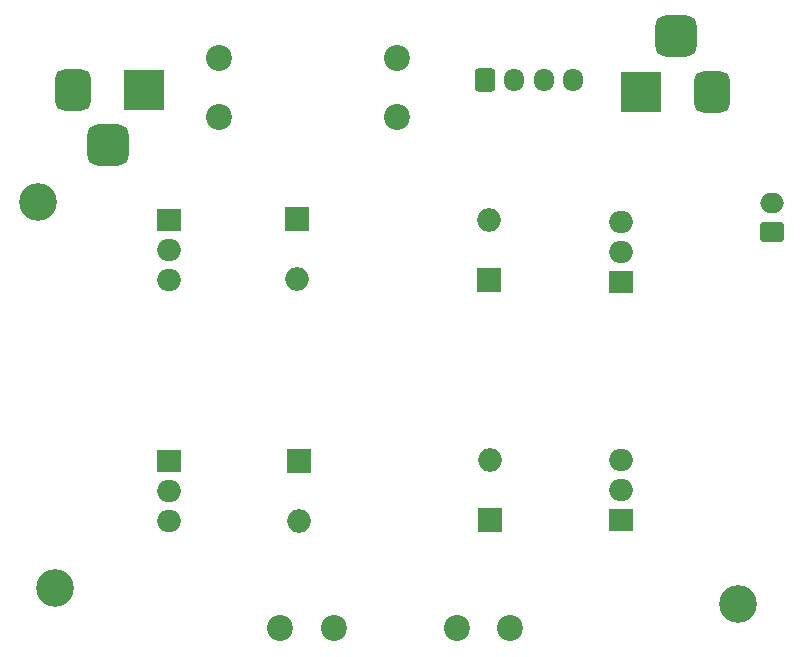
<source format=gbr>
%TF.GenerationSoftware,KiCad,Pcbnew,(6.0.1)*%
%TF.CreationDate,2022-05-20T18:23:43-05:00*%
%TF.ProjectId,BookSensitizer,426f6f6b-5365-46e7-9369-74697a65722e,rev?*%
%TF.SameCoordinates,Original*%
%TF.FileFunction,Soldermask,Bot*%
%TF.FilePolarity,Negative*%
%FSLAX46Y46*%
G04 Gerber Fmt 4.6, Leading zero omitted, Abs format (unit mm)*
G04 Created by KiCad (PCBNEW (6.0.1)) date 2022-05-20 18:23:43*
%MOMM*%
%LPD*%
G01*
G04 APERTURE LIST*
G04 Aperture macros list*
%AMRoundRect*
0 Rectangle with rounded corners*
0 $1 Rounding radius*
0 $2 $3 $4 $5 $6 $7 $8 $9 X,Y pos of 4 corners*
0 Add a 4 corners polygon primitive as box body*
4,1,4,$2,$3,$4,$5,$6,$7,$8,$9,$2,$3,0*
0 Add four circle primitives for the rounded corners*
1,1,$1+$1,$2,$3*
1,1,$1+$1,$4,$5*
1,1,$1+$1,$6,$7*
1,1,$1+$1,$8,$9*
0 Add four rect primitives between the rounded corners*
20,1,$1+$1,$2,$3,$4,$5,0*
20,1,$1+$1,$4,$5,$6,$7,0*
20,1,$1+$1,$6,$7,$8,$9,0*
20,1,$1+$1,$8,$9,$2,$3,0*%
G04 Aperture macros list end*
%ADD10R,2.000000X2.000000*%
%ADD11O,2.000000X2.000000*%
%ADD12R,3.500000X3.500000*%
%ADD13RoundRect,0.875000X0.875000X0.875000X-0.875000X0.875000X-0.875000X-0.875000X0.875000X-0.875000X0*%
%ADD14RoundRect,0.750000X0.750000X1.000000X-0.750000X1.000000X-0.750000X-1.000000X0.750000X-1.000000X0*%
%ADD15R,2.000000X1.905000*%
%ADD16O,2.000000X1.905000*%
%ADD17RoundRect,0.750000X-0.750000X-1.000000X0.750000X-1.000000X0.750000X1.000000X-0.750000X1.000000X0*%
%ADD18RoundRect,0.875000X-0.875000X-0.875000X0.875000X-0.875000X0.875000X0.875000X-0.875000X0.875000X0*%
%ADD19C,3.200000*%
%ADD20RoundRect,0.250000X0.750000X-0.600000X0.750000X0.600000X-0.750000X0.600000X-0.750000X-0.600000X0*%
%ADD21O,2.000000X1.700000*%
%ADD22C,2.200000*%
%ADD23RoundRect,0.250000X-0.600000X-0.725000X0.600000X-0.725000X0.600000X0.725000X-0.600000X0.725000X0*%
%ADD24O,1.700000X1.950000*%
G04 APERTURE END LIST*
D10*
%TO.C,D1*%
X78011800Y-84624000D03*
D11*
X78011800Y-89704000D03*
%TD*%
D12*
%TO.C,Vout_J1*%
X106979200Y-53332300D03*
D13*
X109979200Y-48632300D03*
D14*
X112979200Y-53332300D03*
%TD*%
D15*
%TO.C,Q1*%
X67011800Y-84554000D03*
D16*
X67011800Y-87094000D03*
X67011800Y-89634000D03*
%TD*%
D15*
%TO.C,Q4*%
X105311800Y-89554000D03*
D16*
X105311800Y-87014000D03*
X105311800Y-84474000D03*
%TD*%
D12*
%TO.C,Vin_J2*%
X64902600Y-53144500D03*
D17*
X58902600Y-53144500D03*
D18*
X61902600Y-57844500D03*
%TD*%
D19*
%TO.C,T2*%
X55956200Y-62687200D03*
%TD*%
D20*
%TO.C,M1*%
X118121800Y-65204000D03*
D21*
X118121800Y-62704000D03*
%TD*%
D10*
%TO.C,D2*%
X77911800Y-64124000D03*
D11*
X77911800Y-69204000D03*
%TD*%
D15*
%TO.C,Q2*%
X67011800Y-64154000D03*
D16*
X67011800Y-66694000D03*
X67011800Y-69234000D03*
%TD*%
D10*
%TO.C,D4*%
X94211800Y-89554000D03*
D11*
X94211800Y-84474000D03*
%TD*%
D10*
%TO.C,D3*%
X94111800Y-69254000D03*
D11*
X94111800Y-64174000D03*
%TD*%
D19*
%TO.C,T3*%
X115239800Y-96723200D03*
%TD*%
D22*
%TO.C,F1 10A*%
X71311800Y-50454000D03*
X71311800Y-55454000D03*
X86311800Y-55454000D03*
X86311800Y-50454000D03*
%TD*%
D15*
%TO.C,Q3*%
X105311800Y-69454000D03*
D16*
X105311800Y-66914000D03*
X105311800Y-64374000D03*
%TD*%
D22*
%TO.C,L1*%
X76436800Y-98754000D03*
X80986800Y-98754000D03*
X91411800Y-98754000D03*
X95911800Y-98754000D03*
%TD*%
D19*
%TO.C,T1*%
X57404000Y-95300800D03*
%TD*%
D23*
%TO.C,J3*%
X93761800Y-52286500D03*
D24*
X96261800Y-52286500D03*
X98761800Y-52286500D03*
X101261800Y-52286500D03*
%TD*%
M02*

</source>
